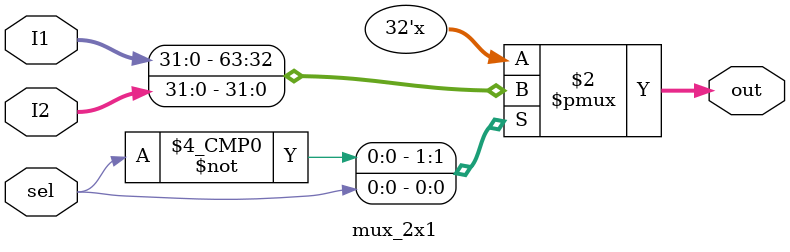
<source format=v>
module mux_2x1(
    input [31:0] I1,
    input [31:0] I2,
    input sel,
    output reg [31:0] out
    );
always @(sel or I1 or I2)
begin
	 case(sel)
	 1'b0:	begin	out=I1;	 	end
	 1'b1:	begin	out=I2;	 	end
	 endcase
end

endmodule


</source>
